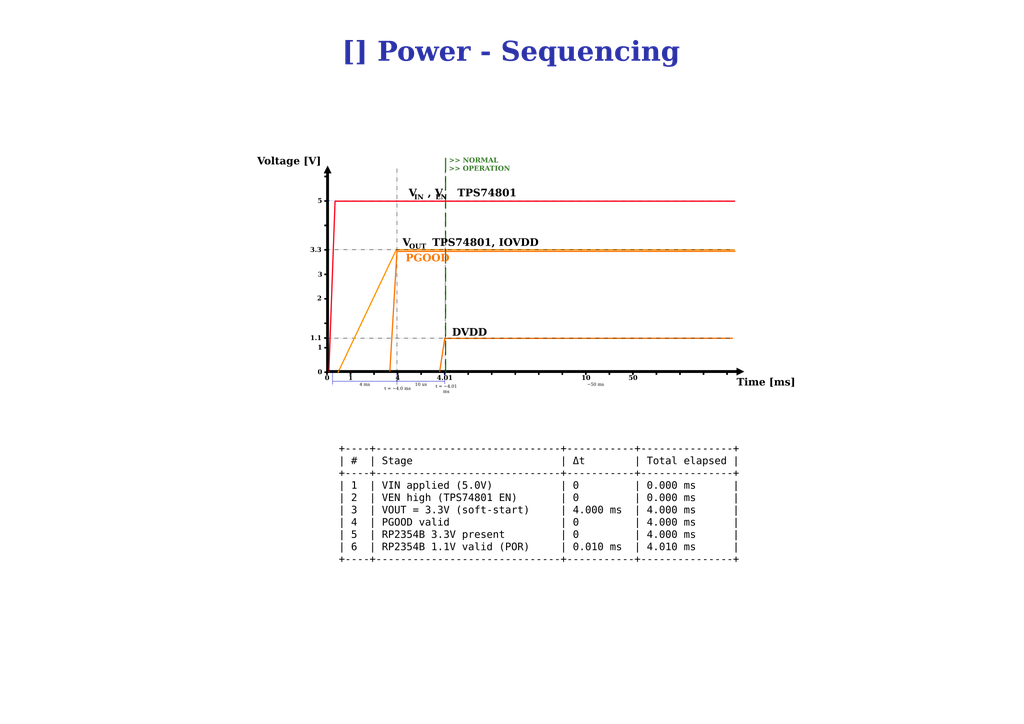
<source format=kicad_sch>
(kicad_sch
	(version 20250114)
	(generator "eeschema")
	(generator_version "9.0")
	(uuid "26e99a33-043b-499d-a26e-816ff79b487a")
	(paper "A3")
	(title_block
		(title "Power - Sequencing")
		(date "2026-01-31")
		(rev "${REVISION}")
		(company "${COMPANY}")
	)
	(lib_symbols)
	(rectangle
		(start 133.096 142.367)
		(end 134.62 142.875)
		(stroke
			(width 0)
			(type default)
			(color 0 0 0 1)
		)
		(fill
			(type color)
			(color 0 0 0 1)
		)
		(uuid 01c9fd1d-d2cd-474e-a2f2-7336d2eb5438)
	)
	(rectangle
		(start 153.162 152.146)
		(end 153.67 153.67)
		(stroke
			(width 0)
			(type default)
			(color 0 0 0 1)
		)
		(fill
			(type color)
			(color 0 0 0 1)
		)
		(uuid 085660ca-3a67-46bf-85b0-bb74abf891e3)
	)
	(rectangle
		(start 230.378 152.146)
		(end 230.886 153.67)
		(stroke
			(width 0)
			(type default)
			(color 0 0 0 1)
		)
		(fill
			(type color)
			(color 0 0 0 1)
		)
		(uuid 09774e91-f9d0-4db9-9e0f-815490f4898d)
	)
	(rectangle
		(start 288.29 152.146)
		(end 288.798 153.67)
		(stroke
			(width 0)
			(type default)
			(color 0 0 0 1)
		)
		(fill
			(type color)
			(color 0 0 0 1)
		)
		(uuid 1c1e908e-05f8-44d9-8561-32d60503f5fa)
	)
	(rectangle
		(start 259.334 152.146)
		(end 259.842 153.67)
		(stroke
			(width 0)
			(type default)
			(color 0 0 0 1)
		)
		(fill
			(type color)
			(color 0 0 0 1)
		)
		(uuid 205e879f-c514-4b78-8bf1-d45ed4980894)
	)
	(rectangle
		(start 133.096 102.235)
		(end 134.62 102.743)
		(stroke
			(width 0)
			(type default)
			(color 0 0 0 1)
		)
		(fill
			(type color)
			(color 0 0 0 1)
		)
		(uuid 23111c0a-8311-4e0b-b6b5-bb05b9cd3eab)
	)
	(rectangle
		(start 240.03 152.146)
		(end 240.538 153.67)
		(stroke
			(width 0)
			(type default)
			(color 0 0 0 1)
		)
		(fill
			(type color)
			(color 0 0 0 1)
		)
		(uuid 3b7d974c-37a0-442f-9733-47c591f05f53)
	)
	(rectangle
		(start 133.858 152.146)
		(end 134.366 153.67)
		(stroke
			(width 0)
			(type default)
			(color 0 0 0 1)
		)
		(fill
			(type color)
			(color 0 0 0 1)
		)
		(uuid 3dd077b4-ca8f-47c2-bee1-2e3802083be7)
	)
	(rectangle
		(start 172.466 152.146)
		(end 172.974 153.67)
		(stroke
			(width 0)
			(type default)
			(color 0 0 0 1)
		)
		(fill
			(type color)
			(color 0 0 0 1)
		)
		(uuid 3e62ef00-0c8e-41fa-b2f3-08de867fa54f)
	)
	(rectangle
		(start 133.096 92.202)
		(end 134.62 92.71)
		(stroke
			(width 0)
			(type default)
			(color 0 0 0 1)
		)
		(fill
			(type color)
			(color 0 0 0 1)
		)
		(uuid 421293c6-3cf3-494b-b1c5-7fc458134e79)
	)
	(rectangle
		(start 133.096 112.268)
		(end 134.62 112.776)
		(stroke
			(width 0)
			(type default)
			(color 0 0 0 1)
		)
		(fill
			(type color)
			(color 0 0 0 1)
		)
		(uuid 469c46ff-b6e8-4790-b52f-1ed9a2bdd1f8)
	)
	(rectangle
		(start 201.422 152.146)
		(end 201.93 153.67)
		(stroke
			(width 0)
			(type default)
			(color 0 0 0 1)
		)
		(fill
			(type color)
			(color 0 0 0 1)
		)
		(uuid 56c4474d-0301-4408-974f-0518f1baa953)
	)
	(rectangle
		(start 182.118 152.146)
		(end 182.626 153.67)
		(stroke
			(width 0)
			(type default)
			(color 0 0 0 1)
		)
		(fill
			(type color)
			(color 0 0 0 1)
		)
		(uuid 5eee5b1a-6c26-4234-8466-170b3f779aa3)
	)
	(rectangle
		(start 133.858 151.892)
		(end 302.26 152.908)
		(stroke
			(width 0)
			(type default)
			(color 0 0 0 1)
		)
		(fill
			(type color)
			(color 0 0 0 1)
		)
		(uuid 6d8a1105-6737-4a0b-9f5f-040b945eed17)
	)
	(rectangle
		(start 133.096 122.301)
		(end 134.62 122.809)
		(stroke
			(width 0)
			(type default)
			(color 0 0 0 1)
		)
		(fill
			(type color)
			(color 0 0 0 1)
		)
		(uuid 7f8be5cb-90a9-46c5-97db-3d1d78b2f341)
	)
	(rectangle
		(start 133.096 132.334)
		(end 134.62 132.842)
		(stroke
			(width 0)
			(type default)
			(color 0 0 0 1)
		)
		(fill
			(type color)
			(color 0 0 0 1)
		)
		(uuid 7fdcc2de-fa58-4066-9ff8-f7d6046e1167)
	)
	(rectangle
		(start 297.942 152.146)
		(end 298.45 153.67)
		(stroke
			(width 0)
			(type default)
			(color 0 0 0 1)
		)
		(fill
			(type color)
			(color 0 0 0 1)
		)
		(uuid 842b39c1-4ee6-4238-8b46-e785731d06f1)
	)
	(rectangle
		(start 143.51 152.146)
		(end 144.018 153.67)
		(stroke
			(width 0)
			(type default)
			(color 0 0 0 1)
		)
		(fill
			(type color)
			(color 0 0 0 1)
		)
		(uuid 960a89ab-5167-4e3c-95c8-b3e891644096)
	)
	(rectangle
		(start 278.638 152.146)
		(end 279.146 153.67)
		(stroke
			(width 0)
			(type default)
			(color 0 0 0 1)
		)
		(fill
			(type color)
			(color 0 0 0 1)
		)
		(uuid 96e56ef9-debd-4418-8330-7dca10cdbbe7)
	)
	(rectangle
		(start 133.858 70.358)
		(end 134.874 152.908)
		(stroke
			(width 0)
			(type default)
			(color 0 0 0 1)
		)
		(fill
			(type color)
			(color 0 0 0 1)
		)
		(uuid 996b6b38-3a4b-457c-8281-2dd4304c7e91)
	)
	(rectangle
		(start 249.682 152.146)
		(end 250.19 153.67)
		(stroke
			(width 0)
			(type default)
			(color 0 0 0 1)
		)
		(fill
			(type color)
			(color 0 0 0 1)
		)
		(uuid 9bd636ad-96b2-4037-90f6-ad48772c0413)
	)
	(rectangle
		(start 268.986 152.146)
		(end 269.494 153.67)
		(stroke
			(width 0)
			(type default)
			(color 0 0 0 1)
		)
		(fill
			(type color)
			(color 0 0 0 1)
		)
		(uuid ab3483ad-9beb-416f-a41c-b3b1b7dc1850)
	)
	(rectangle
		(start 133.096 72.136)
		(end 134.62 72.644)
		(stroke
			(width 0)
			(type default)
			(color 0 0 0 1)
		)
		(fill
			(type color)
			(color 0 0 0 1)
		)
		(uuid b0c9fcec-fe45-4575-885f-193ce09a72d8)
	)
	(rectangle
		(start 211.074 152.146)
		(end 211.582 153.67)
		(stroke
			(width 0)
			(type default)
			(color 0 0 0 1)
		)
		(fill
			(type color)
			(color 0 0 0 1)
		)
		(uuid bacf2a60-ebce-4900-a491-53d1d841d529)
	)
	(rectangle
		(start 162.814 152.146)
		(end 163.322 153.67)
		(stroke
			(width 0)
			(type default)
			(color 0 0 0 1)
		)
		(fill
			(type color)
			(color 0 0 0 1)
		)
		(uuid c0e4d47a-808d-44d6-ac4a-0f050619e78d)
	)
	(rectangle
		(start 133.0395 138.3793)
		(end 134.5635 138.8873)
		(stroke
			(width 0)
			(type default)
			(color 0 0 0 1)
		)
		(fill
			(type color)
			(color 0 0 0 1)
		)
		(uuid ca1d8189-fb37-45bd-8f79-eacdaa3debc6)
	)
	(rectangle
		(start 133.096 82.169)
		(end 134.62 82.677)
		(stroke
			(width 0)
			(type default)
			(color 0 0 0 1)
		)
		(fill
			(type color)
			(color 0 0 0 1)
		)
		(uuid d880b30a-ae22-4b99-94cc-3cc9c533e8e9)
	)
	(rectangle
		(start 220.726 152.146)
		(end 221.234 153.67)
		(stroke
			(width 0)
			(type default)
			(color 0 0 0 1)
		)
		(fill
			(type color)
			(color 0 0 0 1)
		)
		(uuid f32b3655-beae-4c32-8ac8-4acf2e080e86)
	)
	(rectangle
		(start 191.77 152.146)
		(end 192.278 153.67)
		(stroke
			(width 0)
			(type default)
			(color 0 0 0 1)
		)
		(fill
			(type color)
			(color 0 0 0 1)
		)
		(uuid f8dd6608-6fed-4399-a2fa-9a4460646543)
	)
	(rectangle
		(start 133.096 152.4)
		(end 134.62 152.908)
		(stroke
			(width 0)
			(type default)
			(color 0 0 0 1)
		)
		(fill
			(type color)
			(color 0 0 0 1)
		)
		(uuid fbce5f74-e6dc-4caf-95b1-d2e389cbff45)
	)
	(text "Voltage [V]"
		(exclude_from_sim no)
		(at 131.699 68.961 0)
		(effects
			(font
				(face "Times New Roman")
				(size 3 3)
				(thickness 0.4)
				(bold yes)
				(color 0 0 0 1)
			)
			(justify right bottom)
		)
		(uuid "175b8f18-81ff-4b8b-bacc-429ebcefd377")
	)
	(text "+----+------------------------------+-----------+---------------+\n| #  | Stage                        | Δt        | Total elapsed |\n+----+------------------------------+-----------+---------------+\n| 1  | VIN applied (5.0V)           | 0         | 0.000 ms      |\n| 2  | VEN high (TPS74801 EN)       | 0         | 0.000 ms      |\n| 3  | VOUT = 3.3V (soft-start)     | 4.000 ms  | 4.000 ms      |\n| 4  | PGOOD valid                  | 0         | 4.000 ms      |\n| 5  | RP2354B 3.3V present         | 0         | 4.000 ms      |\n| 6  | RP2354B 1.1V valid (POR)     | 0.010 ms  | 4.010 ms      |\n+----+------------------------------+-----------+---------------+"
		(exclude_from_sim no)
		(at 138.938 207.772 0)
		(effects
			(font
				(face "Consolas")
				(size 3 3)
				(color 0 0 0 1)
			)
			(justify left)
		)
		(uuid "a1f9d19a-b150-4f2a-9d9e-66c8846a0a1e")
	)
	(text ">> NORMAL \n>> OPERATION"
		(exclude_from_sim no)
		(at 184.15 71.12 0)
		(effects
			(font
				(face "Times New Roman")
				(size 2 2)
				(thickness 0.4)
				(bold yes)
				(color 53 123 38 1)
			)
			(justify left bottom)
		)
		(uuid "b29326be-65a3-4fc5-9d14-850aa59ca2a1")
	)
	(text "Time [ms]"
		(exclude_from_sim no)
		(at 302.133 159.639 0)
		(effects
			(font
				(face "Times New Roman")
				(size 3 3)
				(thickness 0.4)
				(bold yes)
				(color 0 0 0 1)
			)
			(justify left bottom)
		)
		(uuid "be8ac8d4-7137-494d-bff2-23ac58b6a9ef")
	)
	(text_box "10 us"
		(exclude_from_sim no)
		(at 162.814 156.4386 0)
		(size 19.6697 2.54)
		(margins 0.9524 0.9524 0.9524 0.9524)
		(stroke
			(width -0.0001)
			(type solid)
		)
		(fill
			(type none)
		)
		(effects
			(font
				(face "Times New Roman")
				(size 1.27 1.27)
				(color 0 0 0 1)
			)
		)
		(uuid "057279ac-9604-4990-8e26-7bec51ceaf06")
	)
	(text_box "4.01"
		(exclude_from_sim no)
		(at 180.6956 153.7716 0)
		(size 3.429 2.54)
		(margins 0.9524 0.9524 0.9524 0.9524)
		(stroke
			(width -0.0001)
			(type solid)
		)
		(fill
			(type none)
		)
		(effects
			(font
				(face "Times New Roman")
				(size 1.905 1.905)
				(bold yes)
				(color 0 0 0 1)
			)
		)
		(uuid "233b215e-473b-40c1-8a9f-d71a58a647c1")
	)
	(text_box "2"
		(exclude_from_sim no)
		(at 126.042 121.166 0)
		(size 6.858 2.54)
		(margins 0.9524 0.9524 0.9524 0.9524)
		(stroke
			(width -0.0001)
			(type default)
		)
		(fill
			(type none)
		)
		(effects
			(font
				(face "Times New Roman")
				(size 1.905 1.905)
				(bold yes)
				(color 0 0 0 1)
			)
			(justify right)
		)
		(uuid "3010b19b-c99d-4b77-bf14-7f71b9f36a3e")
	)
	(text_box "DVDD"
		(exclude_from_sim no)
		(at 183.134 132.334 0)
		(size 73.66 7.62)
		(margins 2.2859 2.2859 2.2859 2.2859)
		(stroke
			(width -0.0001)
			(type solid)
		)
		(fill
			(type none)
		)
		(effects
			(font
				(face "Times New Roman")
				(size 3.048 3.048)
				(thickness 0.4572)
				(bold yes)
				(color 0 0 0 1)
			)
			(justify left top)
		)
		(uuid "311c3e91-0d23-444a-b4ea-86d35a02c524")
	)
	(text_box "t = ~4.01 ms"
		(exclude_from_sim no)
		(at 176.0568 158.2861 0)
		(size 13.9699 2.54)
		(margins 0.9524 0.9524 0.9524 0.9524)
		(stroke
			(width -0.0001)
			(type solid)
		)
		(fill
			(type none)
		)
		(effects
			(font
				(face "Times New Roman")
				(size 1.27 1.27)
				(color 0 0 0 1)
			)
		)
		(uuid "3ae0c6d9-3cb2-4259-885f-bbe07fda9b34")
	)
	(text_box "3.3"
		(exclude_from_sim no)
		(at 125.9522 101.2468 0)
		(size 6.858 2.54)
		(margins 0.9524 0.9524 0.9524 0.9524)
		(stroke
			(width -0.0001)
			(type solid)
		)
		(fill
			(type none)
		)
		(effects
			(font
				(face "Times New Roman")
				(size 1.905 1.905)
				(bold yes)
				(color 0 0 0 1)
			)
			(justify right)
		)
		(uuid "4a35679e-904f-4b2d-83f6-489a384b0921")
	)
	(text_box "4"
		(exclude_from_sim no)
		(at 161.3916 153.7716 0)
		(size 3.429 2.54)
		(margins 0.9524 0.9524 0.9524 0.9524)
		(stroke
			(width -0.0001)
			(type solid)
		)
		(fill
			(type none)
		)
		(effects
			(font
				(face "Times New Roman")
				(size 1.905 1.905)
				(bold yes)
				(color 0 0 0 1)
			)
		)
		(uuid "52a74200-5717-4af9-b5e4-1d404429f3c6")
	)
	(text_box "~50 ms"
		(exclude_from_sim no)
		(at 194.7926 156.4386 0)
		(size 98.933 2.54)
		(margins 0.9524 0.9524 0.9524 0.9524)
		(stroke
			(width -0.0001)
			(type solid)
		)
		(fill
			(type none)
		)
		(effects
			(font
				(face "Times New Roman")
				(size 1.27 1.27)
				(color 0 0 0 1)
			)
		)
		(uuid "53d1cf93-77bb-4e07-8e05-b99e1e701b70")
	)
	(text_box "IN"
		(exclude_from_sim no)
		(at 167.6058 77.4879 0)
		(size 10.16 7.62)
		(margins 2.2859 2.2859 2.2859 2.2859)
		(stroke
			(width -0.0001)
			(type solid)
		)
		(fill
			(type none)
		)
		(effects
			(font
				(face "Times New Roman")
				(size 2 2)
				(thickness 0.4572)
				(bold yes)
				(color 0 0 0 1)
			)
			(justify left top)
		)
		(uuid "6181c20a-0215-4ae0-8ee4-6df165542ba6")
	)
	(text_box "50"
		(exclude_from_sim no)
		(at 257.9116 153.7716 0)
		(size 3.429 2.54)
		(margins 0.9524 0.9524 0.9524 0.9524)
		(stroke
			(width -0.0001)
			(type solid)
		)
		(fill
			(type none)
		)
		(effects
			(font
				(face "Times New Roman")
				(size 1.905 1.905)
				(bold yes)
				(color 0 0 0 1)
			)
		)
		(uuid "66adcae9-49e5-4fb7-a5be-2d5aa2aa227e")
	)
	(text_box "1"
		(exclude_from_sim no)
		(at 142.0876 153.7716 0)
		(size 3.429 2.54)
		(margins 0.9524 0.9524 0.9524 0.9524)
		(stroke
			(width -0.0001)
			(type solid)
		)
		(fill
			(type none)
		)
		(effects
			(font
				(face "Times New Roman")
				(size 1.905 1.905)
				(bold yes)
				(color 0 0 0 1)
			)
		)
		(uuid "67b43e82-5cc6-4c5f-857a-bae126f94920")
	)
	(text_box "▲"
		(exclude_from_sim no)
		(at 133.096 68.072 0)
		(size 2.54 2.54)
		(margins 2.2499 2.2499 2.2499 2.2499)
		(stroke
			(width -0.0001)
			(type default)
		)
		(fill
			(type none)
		)
		(effects
			(font
				(face "Times New Roman")
				(size 3 3)
				(color 0 0 0 1)
			)
		)
		(uuid "69d7b4c2-c118-4b95-bd3b-473104ff316a")
	)
	(text_box "V   , V    TPS74801"
		(exclude_from_sim no)
		(at 165.354 75.184 0)
		(size 73.66 7.62)
		(margins 2.2859 2.2859 2.2859 2.2859)
		(stroke
			(width -0.0001)
			(type solid)
		)
		(fill
			(type none)
		)
		(effects
			(font
				(face "Times New Roman")
				(size 3.048 3.048)
				(thickness 0.4572)
				(bold yes)
				(color 0 0 0 1)
			)
			(justify left top)
		)
		(uuid "7ae1a906-56c0-4fc5-8755-5337ef2cc70c")
	)
	(text_box "t = ~4.0 ms"
		(exclude_from_sim no)
		(at 156.0653 158.099 0)
		(size 13.9699 2.54)
		(margins 0.9524 0.9524 0.9524 0.9524)
		(stroke
			(width -0.0001)
			(type solid)
		)
		(fill
			(type none)
		)
		(effects
			(font
				(face "Times New Roman")
				(size 1.27 1.27)
				(color 0 0 0 1)
			)
		)
		(uuid "7d3bd7f1-d2cf-42e4-9d96-41ac526a545a")
	)
	(text_box "5"
		(exclude_from_sim no)
		(at 126.2126 81.1276 0)
		(size 6.858 2.54)
		(margins 0.9524 0.9524 0.9524 0.9524)
		(stroke
			(width -0.0001)
			(type solid)
		)
		(fill
			(type none)
		)
		(effects
			(font
				(face "Times New Roman")
				(size 1.905 1.905)
				(bold yes)
				(color 0 0 0 1)
			)
			(justify right)
		)
		(uuid "7e86fc43-dc59-4681-818f-cb7ab0a72f3e")
	)
	(text_box "10"
		(exclude_from_sim no)
		(at 238.6076 153.7716 0)
		(size 3.429 2.54)
		(margins 0.9524 0.9524 0.9524 0.9524)
		(stroke
			(width -0.0001)
			(type solid)
		)
		(fill
			(type none)
		)
		(effects
			(font
				(face "Times New Roman")
				(size 1.905 1.905)
				(bold yes)
				(color 0 0 0 1)
			)
		)
		(uuid "7f3e65a9-aab7-4e42-9498-fca7b427e5fc")
	)
	(text_box "PGOOD"
		(exclude_from_sim no)
		(at 164.084 101.854 0)
		(size 21.59 7.62)
		(margins 2.2859 2.2859 2.2859 2.2859)
		(stroke
			(width -0.0001)
			(type solid)
		)
		(fill
			(type none)
		)
		(effects
			(font
				(face "Times New Roman")
				(size 3.048 3.048)
				(thickness 0.4572)
				(bold yes)
				(color 255 115 0 1)
			)
			(justify left top)
		)
		(uuid "88f3f2ae-f626-4ab5-9175-6ac6e4e48f5b")
	)
	(text_box "1"
		(exclude_from_sim no)
		(at 126.2126 141.3256 0)
		(size 6.858 2.54)
		(margins 0.9524 0.9524 0.9524 0.9524)
		(stroke
			(width -0.0001)
			(type default)
		)
		(fill
			(type none)
		)
		(effects
			(font
				(face "Times New Roman")
				(size 1.905 1.905)
				(bold yes)
				(color 0 0 0 1)
			)
			(justify right)
		)
		(uuid "8a474ee7-94fa-4ccc-b38a-f2fbfc4e735c")
	)
	(text_box "0"
		(exclude_from_sim no)
		(at 132.461 153.797 0)
		(size 3.429 2.54)
		(margins 0.9524 0.9524 0.9524 0.9524)
		(stroke
			(width -0.0001)
			(type default)
		)
		(fill
			(type none)
		)
		(effects
			(font
				(face "Times New Roman")
				(size 1.905 1.905)
				(bold yes)
				(color 0 0 0 1)
			)
		)
		(uuid "9dba9cf1-c429-45db-bb2a-868858aa5986")
	)
	(text_box "1.1"
		(exclude_from_sim no)
		(at 125.984 137.414 0)
		(size 6.858 2.54)
		(margins 0.9524 0.9524 0.9524 0.9524)
		(stroke
			(width -0.0001)
			(type solid)
		)
		(fill
			(type none)
		)
		(effects
			(font
				(face "Times New Roman")
				(size 1.905 1.905)
				(bold yes)
				(color 0 0 0 1)
			)
			(justify right)
		)
		(uuid "a42c7a86-1501-46bb-b604-a398f1b927ee")
	)
	(text_box "3"
		(exclude_from_sim no)
		(at 126.3112 111.3859 0)
		(size 6.858 2.54)
		(margins 0.9524 0.9524 0.9524 0.9524)
		(stroke
			(width -0.0001)
			(type default)
		)
		(fill
			(type none)
		)
		(effects
			(font
				(face "Times New Roman")
				(size 1.905 1.905)
				(bold yes)
				(color 0 0 0 1)
			)
			(justify right)
		)
		(uuid "bce17a48-7e59-488b-9a33-1522b6d97175")
	)
	(text_box "4 ms"
		(exclude_from_sim no)
		(at 136.3726 156.4386 0)
		(size 26.4414 2.54)
		(margins 0.9524 0.9524 0.9524 0.9524)
		(stroke
			(width -0.0001)
			(type solid)
		)
		(fill
			(type none)
		)
		(effects
			(font
				(face "Times New Roman")
				(size 1.27 1.27)
				(color 0 0 0 1)
			)
		)
		(uuid "c588afea-31c7-4b80-a042-17fbbb6af658")
	)
	(text_box "0"
		(exclude_from_sim no)
		(at 126.238 151.384 0)
		(size 6.858 2.54)
		(margins 0.9524 0.9524 0.9524 0.9524)
		(stroke
			(width -0.0001)
			(type default)
		)
		(fill
			(type none)
		)
		(effects
			(font
				(face "Times New Roman")
				(size 1.905 1.905)
				(bold yes)
				(color 0 0 0 1)
			)
			(justify right)
		)
		(uuid "c5d537af-47e9-4471-8118-803a7ac0d798")
	)
	(text_box "OUT"
		(exclude_from_sim no)
		(at 165.5375 97.685 0)
		(size 10.16 7.62)
		(margins 2.2859 2.2859 2.2859 2.2859)
		(stroke
			(width -0.0001)
			(type solid)
		)
		(fill
			(type none)
		)
		(effects
			(font
				(face "Times New Roman")
				(size 2 2)
				(thickness 0.4572)
				(bold yes)
				(color 0 0 0 1)
			)
			(justify left top)
		)
		(uuid "cffd9648-d429-44ce-abaf-0eda879ca364")
	)
	(text_box "V      TPS74801, IOVDD"
		(exclude_from_sim no)
		(at 162.814 95.504 0)
		(size 73.66 7.62)
		(margins 2.2859 2.2859 2.2859 2.2859)
		(stroke
			(width -0.0001)
			(type solid)
		)
		(fill
			(type none)
		)
		(effects
			(font
				(face "Times New Roman")
				(size 3.048 3.048)
				(thickness 0.4572)
				(bold yes)
				(color 0 0 0 1)
			)
			(justify left top)
		)
		(uuid "e2ad7cc4-c628-47b6-aa51-edd43ef4b1f5")
	)
	(text_box "EN"
		(exclude_from_sim no)
		(at 176.3392 77.448 0)
		(size 10.16 7.62)
		(margins 2.2859 2.2859 2.2859 2.2859)
		(stroke
			(width -0.0001)
			(type solid)
		)
		(fill
			(type none)
		)
		(effects
			(font
				(face "Times New Roman")
				(size 2 2)
				(thickness 0.4572)
				(bold yes)
				(color 0 0 0 1)
			)
			(justify left top)
		)
		(uuid "e733600d-ac74-4f18-90b1-88333e9fcf65")
	)
	(text_box "▼"
		(exclude_from_sim no)
		(at 302.26 151.13 90)
		(size 2.54 2.54)
		(margins 2.2499 2.2499 2.2499 2.2499)
		(stroke
			(width -0.0001)
			(type default)
		)
		(fill
			(type none)
		)
		(effects
			(font
				(face "Times New Roman")
				(size 3 3)
				(color 0 0 0 1)
			)
		)
		(uuid "f0832906-c8ce-4838-9631-bdf5b87a8ba3")
	)
	(text_box "[${#}] ${TITLE}"
		(exclude_from_sim no)
		(at 12.7 15.24 0)
		(size 393.7 12.7)
		(margins 5.9999 5.9999 5.9999 5.9999)
		(stroke
			(width -0.0001)
			(type solid)
		)
		(fill
			(type none)
		)
		(effects
			(font
				(face "Times New Roman")
				(size 8 8)
				(thickness 1.2)
				(bold yes)
				(color 43 49 168 1)
			)
		)
		(uuid "f144a23e-d832-4b39-9f4d-255e9e35adc3")
	)
	(polyline
		(pts
			(xy 136.4234 156.3624) (xy 169.164 156.3624)
		)
		(stroke
			(width 0)
			(type default)
		)
		(uuid "04dcb800-6295-4fe9-a90b-0487be7268f9")
	)
	(polyline
		(pts
			(xy 136.3726 157.5816) (xy 136.3726 158.8516)
		)
		(stroke
			(width 0)
			(type dot)
		)
		(uuid "064a21e4-52a8-4681-8aa8-5954e753f93b")
	)
	(polyline
		(pts
			(xy 180.3557 152.2315) (xy 182.4161 138.7898)
		)
		(stroke
			(width 0.5)
			(type default)
			(color 255 115 0 1)
		)
		(uuid "13f2c705-8bd8-438d-9c16-57d579d16cb3")
	)
	(polyline
		(pts
			(xy 182.3773 152.4086) (xy 182.3773 157.4886)
		)
		(stroke
			(width 0)
			(type default)
		)
		(uuid "16b1635d-d94b-404c-9ba2-39136e8869cb")
	)
	(polyline
		(pts
			(xy 162.547 102.4167) (xy 301.1795 102.4659)
		)
		(stroke
			(width 0.5)
			(type default)
			(color 255 148 0 1)
		)
		(uuid "1e528c69-5eea-41ef-9c58-3091ed504717")
	)
	(polyline
		(pts
			(xy 162.814 156.464) (xy 162.814 68.834)
		)
		(stroke
			(width 0)
			(type dash_dot_dot)
			(color 0 0 0 0.5)
		)
		(uuid "1f74b149-1154-441a-965a-1406ebb2490c")
	)
	(polyline
		(pts
			(xy 162.814 103.124) (xy 301.4578 103.0824)
		)
		(stroke
			(width 0.5)
			(type default)
			(color 255 115 0 1)
		)
		(uuid "4efa524a-8617-4d13-a1d2-0eacc991b911")
	)
	(polyline
		(pts
			(xy 162.814 152.654) (xy 162.814 157.734)
		)
		(stroke
			(width 0)
			(type default)
		)
		(uuid "59f6b2a0-7e51-4de0-b4fd-7157bff9feb1")
	)
	(polyline
		(pts
			(xy 182.4161 138.7898) (xy 300.385 138.737)
		)
		(stroke
			(width 0.5)
			(type default)
			(color 255 115 0 1)
		)
		(uuid "67ecef83-799f-4883-afcd-36bcf53bf3a4")
	)
	(polyline
		(pts
			(xy 133.5978 82.3609) (xy 301.2378 82.3609)
		)
		(stroke
			(width 0)
			(type dash_dot_dot)
		)
		(uuid "87b6a02e-8185-41b6-afcb-abe2b3eca5ae")
	)
	(polyline
		(pts
			(xy 133.604 138.684) (xy 301.244 138.684)
		)
		(stroke
			(width 0)
			(type dash_dot_dot)
			(color 0 0 0 0.5)
		)
		(uuid "87f80ce1-d4c6-4681-a0aa-db4f56f86624")
	)
	(polyline
		(pts
			(xy 138.684 152.654) (xy 162.547 102.4167)
		)
		(stroke
			(width 0.5)
			(type default)
			(color 255 148 0 1)
		)
		(uuid "89686ba2-851f-4282-bbc6-7ff1cba84847")
	)
	(polyline
		(pts
			(xy 169.2148 156.3624) (xy 182.3352 156.3573)
		)
		(stroke
			(width 0)
			(type default)
		)
		(uuid "8e1b23d4-66f6-4ba2-87da-0e97cd9d658e")
	)
	(polyline
		(pts
			(xy 136.3726 152.3746) (xy 136.3726 157.5816)
		)
		(stroke
			(width 0)
			(type default)
		)
		(uuid "98a27ce4-9530-490a-9598-1b7219c1978c")
	)
	(polyline
		(pts
			(xy 159.9 152.161) (xy 162.814 103.124)
		)
		(stroke
			(width 0.5)
			(type default)
			(color 255 115 0 1)
		)
		(uuid "a62310ef-43bf-43aa-8a86-0acd958cabfb")
	)
	(polyline
		(pts
			(xy 134.874 152.654) (xy 137.414 82.804)
		)
		(stroke
			(width 0.5)
			(type default)
			(color 255 0 21 1)
		)
		(uuid "be1124d4-0866-4177-93b7-b36f804bc535")
	)
	(polyline
		(pts
			(xy 137.4815 82.5126) (xy 301.3115 82.5126)
		)
		(stroke
			(width 0.5)
			(type default)
			(color 255 0 21 1)
		)
		(uuid "c85a7853-189f-428b-b7b5-2a730e9f093a")
	)
	(polyline
		(pts
			(xy 182.753 152.908) (xy 182.753 64.897)
		)
		(stroke
			(width 0.5)
			(type dash)
			(color 53 123 38 1)
		)
		(uuid "e0585ef4-3cb5-4ca4-9291-ea6d4631b9df")
	)
	(polyline
		(pts
			(xy 133.7012 102.3721) (xy 301.3412 102.3721)
		)
		(stroke
			(width 0)
			(type dash_dot_dot)
			(color 0 0 0 0.5)
		)
		(uuid "eec090b7-1b3f-4f74-8825-10efd3fd8320")
	)
	(polyline
		(pts
			(xy 182.5956 153.1459) (xy 182.5956 69.8624)
		)
		(stroke
			(width 0)
			(type dash_dot_dot)
			(color 0 0 0 0.5)
		)
		(uuid "fe8662ef-b917-4270-8139-46873ae7059e")
	)
)

</source>
